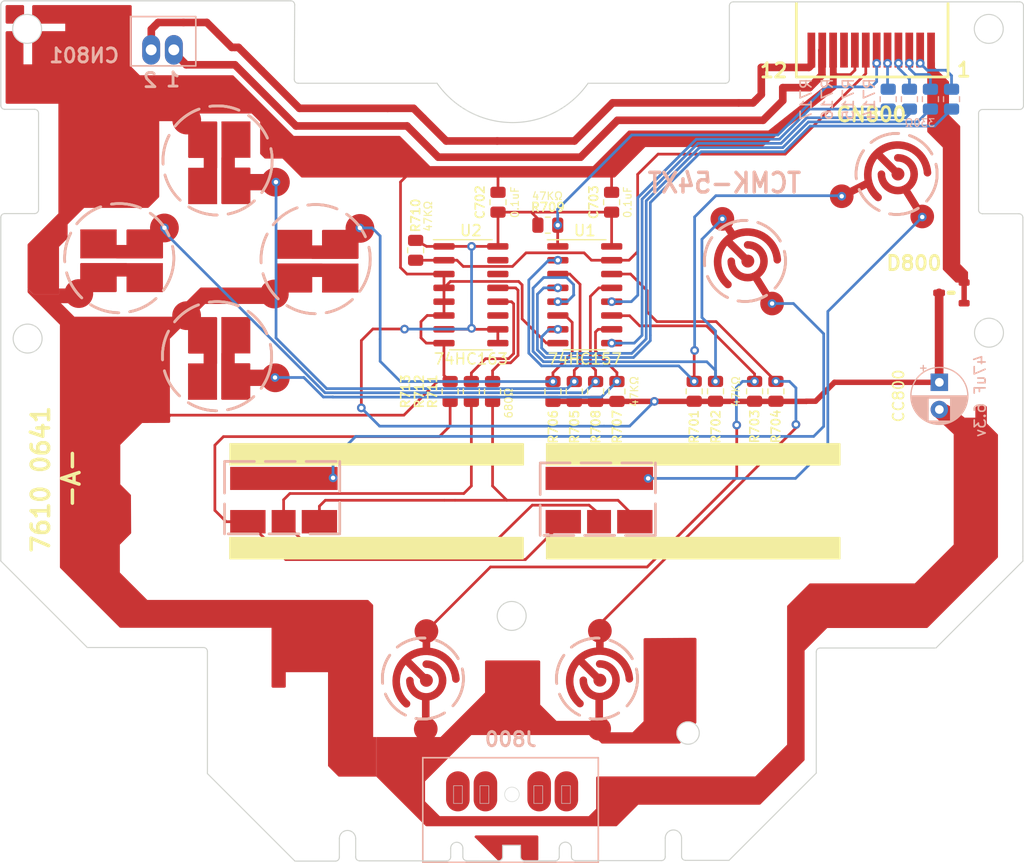
<source format=kicad_pcb>
(kicad_pcb (version 20221018) (generator pcbnew)
  (layers (0 "F.Cu" signal) (31 "B.Cu" signal) (34 "B.Paste" user) (35 "F.Paste" user) (36 "B.SilkS" user "B.Silkscreen") (37 "F.SilkS" user "F.Silkscreen") (38 "B.Mask" user) (39 "F.Mask" user) (44 "Edge.Cuts" user))
  (net 0 "")
  (net 1 "+5V")
  (net 2 "GND")
  (net 3 "VCC")
  (net 4 "D0")
  (net 5 "D1")
  (net 6 "D2")
  (net 7 "D3")
  (net 8 "SEL")
  (net 9 "CLR")
  (net 11 "AUDIO_L")
  (net 12 "AUDIO_R")
  (net 16 "I")
  (net 17 "II")
  (net 18 "SELECT")
  (net 19 "RUN")
  (net 20 "UP")
  (net 21 "RIGHT")
  (net 22 "DOWN")
  (net 23 "LEFT")
  (net 24 "TURBO FAST")
  (net 25 "Net-(U2-Q1)")
  (net 26 "TURBO SLOW")
  (net 27 "Net-(U2-Q2)")
  (net 28 "TURBO OFF")
  (net 29 "Net-(U1-Za)")
  (net 30 "Net-(U1-Zb)")
  (net 31 "Net-(U1-Zc)")
  (net 32 "Net-(U1-Zd)")
  (net 33 "Net-(SW801-Pad2)")
  (net 34 "Net-(SW802-Pad2)")
  (footprint "Resistor_SMD:R_0805_2012Metric" (layer "F.Cu") (at 130.94 67.22 -90)
    (fp_text reference "R707")
    (fp_text value "47k" hide)
  )
  (footprint "Resistor_SMD:R_0805_2012Metric" (layer "F.Cu") (at 138.04 67.2075 -90)
    (fp_text reference "R701")
    (fp_text value "47k" hide)
  )
  (footprint "GT Controller:Turbo Switch" (layer "F.Cu") (at 129.360045 74.0475)
    (fp_text reference "SW809" hide)
    (fp_text value "I TURBO" hide)
  )
  (footprint "Resistor_SMD:R_0805_2012Metric" (layer "F.Cu") (at 140 67.2075 -90)
    (fp_text reference "R702")
    (fp_text value "47k" hide)
  )
  (footprint "Resistor_SMD:R_0805_2012Metric" (layer "F.Cu") (at 128.98 67.22 -90)
    (fp_text reference "R708")
    (fp_text value "47k" hide)
  )
  (footprint "GT Controller:CN801" (layer "F.Cu") (at 89.177545 35.16)
    (fp_text reference "CN801")
    (fp_text value "AUDIO" hide)
  )
  (footprint "Resistor_SMD:R_0805_2012Metric" (layer "F.Cu") (at 117.56 67.22 90)
    (fp_text reference "R712")
    (fp_text value "680" hide)
  )
  (footprint "GT Controller:CN800" (layer "F.Cu") (at 153.827545 36.16)
    (fp_text reference "CN800")
    (fp_text value "Conn_01x12" hide)
  )
  (footprint "Resistor_SMD:R_0805_2012Metric" (layer "F.Cu") (at 112.44 54.25 -90)
    (fp_text reference "R710")
    (fp_text value "47k" hide)
  )
  (footprint "GT Controller:Switch Type 4" (layer "F.Cu") (at 94.418045 42.776)
    (fp_text reference "SW805" hide)
    (fp_text value "UP" hide)
  )
  (footprint "Package_SO:SOIC-16_3.9x9.9mm_P1.27mm" (layer "F.Cu") (at 127.985 58.335)
    (fp_text reference "U1")
    (fp_text value "74HC157")
  )
  (footprint "Resistor_SMD:R_0805_2012Metric" (layer "F.Cu") (at 119.51 67.22 90)
    (fp_text reference "R711")
    (fp_text value "680" hide)
  )
  (footprint "GT Controller:Switch Type 1" (layer "F.Cu") (at 129.270145 98.170721)
    (fp_text reference "SW804" hide)
    (fp_text value "RUN" hide)
  )
  (footprint "Resistor_SMD:R_0805_2012Metric" (layer "F.Cu") (at 125.06 67.22 -90)
    (fp_text reference "R706")
    (fp_text value "47k" hide)
  )
  (footprint "GT Controller:Diode SOT-23" (layer "F.Cu") (at 161.680045 58.15)
    (fp_text reference "D800")
    (fp_text value "1SS187" hide)
  )
  (footprint "GT Controller:J800" (layer "F.Cu") (at 121.333795 103.4725)
    (fp_text reference "J800")
    (fp_text value "LINK")
    (fp_rect (start -5.41 -0.02) (end -4.6 1.61) (stroke (width 0.05)) (fill none) (layer "Edge.Cuts"))
    (fp_rect (start -2.98 -0.02) (end -2.17 1.61) (stroke (width 0.05)) (fill none) (layer "Edge.Cuts"))
    (fp_rect (start 1.97 -0.02) (end 2.78 1.61) (stroke (width 0.05)) (fill none) (layer "Edge.Cuts"))
    (fp_rect (start 4.52 -0.02) (end 5.33 1.61) (stroke (width 0.05)) (fill none) (layer "Edge.Cuts"))
    (fp_circle (center -0.042681 0.78) (end 0.627319 0.84) (stroke (width 0.05)) (fill none) (layer "Edge.Cuts"))
  )
  (footprint "GT Controller:Turbo Switch" (layer "F.Cu") (at 100.372545 74.05)
    (fp_text reference "SW810" hide)
    (fp_text value "II TURBO" hide)
  )
  (footprint "Resistor_SMD:R_0805_2012Metric" (layer "F.Cu") (at 145.55 67.2075 -90)
    (fp_text reference "R704")
    (fp_text value "47k" hide)
  )
  (footprint "Resistor_SMD:R_0805_2012Metric" (layer "F.Cu") (at 143.59 67.2075 -90)
    (fp_text reference "R703")
    (fp_text value "47k" hide)
  )
  (footprint "GT Controller:Switch Type 3" (layer "F.Cu") (at 156.767545 51.92)
    (fp_text reference "SW801" hide)
    (fp_text value "I" hide)
  )
  (footprint "Resistor_SMD:R_0805_2012Metric" (layer "F.Cu") (at 115.61 67.22 90)
    (fp_text reference "R713")
    (fp_text value "680" hide)
  )
  (footprint "GT Controller:Switch Type 1" (layer "F.Cu") (at 113.330145 98.190721)
    (fp_text reference "SW803" hide)
    (fp_text value "SELECT" hide)
  )
  (footprint "GT Controller:Switch Type 2" (layer "F.Cu") (at 142.917545 55.23)
    (fp_text reference "SW802" hide)
    (fp_text value "II" hide)
  )
  (footprint "GT Controller:Switch Type 4" (layer "F.Cu") (at 94.408045 60.756)
    (fp_text reference "SW807" hide)
    (fp_text value "DOWN" hide)
  )
  (footprint "Resistor_SMD:R_0805_2012Metric" (layer "F.Cu") (at 124.5875 51.94)
    (fp_text reference "R709")
    (fp_text value "47k" hide)
  )
  (footprint "Package_SO:SOIC-16_3.9x9.9mm_P1.27mm" (layer "F.Cu") (at 117.52 58.335)
    (fp_text reference "U2")
    (fp_text value "74HC163")
  )
  (footprint "Resistor_SMD:R_0805_2012Metric" (layer "F.Cu") (at 127.02 67.22 -90)
    (fp_text reference "R705")
    (fp_text value "47k" hide)
  )
  (footprint "GT Controller:Switch Type 5" (layer "F.Cu") (at 85.302545 55.2)
    (fp_text reference "SW808" hide)
    (fp_text value "LEFT" hide)
  )
  (footprint "GT Controller:Switch Type 5" (layer "F.Cu") (at 103.272545 55.24)
    (fp_text reference "SW806" hide)
    (fp_text value "RIGHT" hide)
  )
  (footprint "Resistor_SMD:R_0805_2012Metric" (layer "F.Cu") (at 130.45 49.83 90)
    (fp_text reference "C703")
    (fp_text value "0.1uF" hide)
  )
  (footprint "Resistor_SMD:R_0805_2012Metric" (layer "F.Cu") (at 120.01 49.83 90)
    (fp_text reference "C702")
    (fp_text value "0.1uF" hide)
  )
  (footprint "Capacitor_THT:CP_Radial_D5.0mm_P2.50mm" (layer "B.Cu") (at 160.57 66.38 -90)
    (fp_text reference "CC800")
    (fp_text value "47uF 6.3v")
  )
  (footprint "Resistor_SMD:R_0805_2012Metric" (layer "B.Cu") (at 161.69 40.3575 -90)
    (fp_text reference "R714")
    (fp_text value "330" hide)
  )
  (footprint "Resistor_SMD:R_0805_2012Metric" (layer "B.Cu") (at 157.82 40.3575 -90)
    (fp_text reference "R716")
    (fp_text value "330" hide)
  )
  (footprint "Resistor_SMD:R_0805_2012Metric" (layer "B.Cu") (at 159.75 40.3575 -90)
    (fp_text reference "R715")
    (fp_text value "330" hide)
  )
  (footprint "Resistor_SMD:R_0805_2012Metric" (layer "B.Cu") (at 155.87 40.3575 -90)
    (fp_text reference "R717")
    (fp_text value "330" hide)
  )
  (gr_circle (center 103.250371 55.06) (end 108.250371 55.474775) (stroke (width 0.25) (type dash)) (fill none) (layer "B.SilkS"))
  (gr_rect (start 94.877545 73.65) (end 105.467545 80.31) (stroke (width 0.25) (type dash)) (fill none) (layer "B.SilkS"))
  (gr_circle (center 129.107545 93.615225) (end 132.83277 93.615225) (stroke (width 0.25) (type dash)) (fill none) (layer "B.SilkS"))
  (gr_circle (center 156.642321 47.23) (end 160.367546 47.23) (stroke (width 0.25) (type dash)) (fill none) (layer "B.SilkS"))
  (gr_circle (center 142.707545 55.225225) (end 146.43277 55.225225) (stroke (width 0.25) (type dash)) (fill none) (layer "B.SilkS"))
  (gr_rect (start 113.097545 100.88) (end 129.227545 110.5) (stroke (width 0.15)) (fill none) (layer "B.SilkS"))
  (gr_circle (center 94.187545 63.98) (end 99.187545 64.394775) (stroke (width 0.25) (type dash)) (fill none) (layer "B.SilkS"))
  (gr_rect (start 123.887545 73.79) (end 134.477545 80.45) (stroke (width 0.25) (type dash)) (fill none) (layer "B.SilkS"))
  (gr_circle (center 94.240371 45.99) (end 99.240371 46.404775) (stroke (width 0.25) (type dash)) (fill none) (layer "B.SilkS"))
  (gr_rect (start 86.237545 32.77) (end 92.237545 37.3) (stroke (width 0.15)) (fill none) (layer "B.SilkS"))
  (gr_circle (center 85.200371 54.97) (end 90.200371 55.384775) (stroke (width 0.25) (type dash)) (fill none) (layer "B.SilkS"))
  (gr_circle (center 113.107545 93.605225) (end 116.83277 93.605225) (stroke (width 0.25) (type dash)) (fill none) (layer "B.SilkS"))
  (gr_rect (start 124.487545 72.04) (end 151.417545 73.96) (stroke (width 0.15)) (fill solid) (layer "F.SilkS"))
  (gr_rect (start 124.487545 80.66) (end 151.417545 82.58) (stroke (width 0.15)) (fill solid) (layer "F.SilkS"))
  (gr_rect (start 95.377545 80.66) (end 122.307545 82.58) (stroke (width 0.15)) (fill solid) (layer "F.SilkS"))
  (gr_rect (start 95.397545 72.04) (end 122.327545 73.96) (stroke (width 0.15)) (fill solid) (layer "F.SilkS"))
  (gr_arc (start 74.317545 51.23) (mid 74.422277 50.977187) (end 74.67509 50.872455) (stroke (width 0.1)) (layer "Edge.Cuts"))
  (gr_arc (start 105.429868 110.02509) (mid 105.325146 110.277913) (end 105.072323 110.382635) (stroke (width 0.1)) (layer "Edge.Cuts"))
  (gr_line (start 82.267545 90.752455) (end 74.317545 82.802455) (stroke (width 0.1)) (layer "Edge.Cuts"))
  (gr_line (start 125.64 109.2) (end 125.64 109.99) (stroke (width 0.1)) (layer "Edge.Cuts"))
  (gr_arc (start 122.437545 110.35) (mid 122.184732 110.245268) (end 122.08 109.992455) (stroke (width 0.1)) (layer "Edge.Cuts"))
  (gr_arc (start 135.379868 109.98) (mid 135.275141 110.232818) (end 135.022323 110.337545) (stroke (width 0.1)) (layer "Edge.Cuts"))
  (gr_line (start 168.24509 82.38) (end 168.24509 82.81) (stroke (width 0.1)) (layer "Edge.Cuts"))
  (gr_line (start 141.272268 38.54) (end 141.272268 31.78) (stroke (width 0.1)) (layer "Edge.Cuts"))
  (gr_line (start 116.78 109.99) (end 116.78 109.21) (stroke (width 0.1)) (layer "Edge.Cuts"))
  (gr_arc (start 135.379868 108.27) (mid 136.129934 107.519934) (end 136.88 108.27) (stroke (width 0.1)) (layer "Edge.Cuts"))
  (gr_arc (start 128.287275 38.897406) (mid 121.347545 42.51) (end 114.407815 38.897406) (stroke (width 0.1)) (layer "Edge.Cuts"))
  (gr_circle (center 165.131494 61.82) (end 166.461494 61.82) (stroke (width 0.1)) (fill none) (layer "Edge.Cuts"))
  (gr_arc (start 101.647545 38.897406) (mid 101.39473 38.792676) (end 101.29 38.539861) (stroke (width 0.1)) (layer "Edge.Cuts"))
  (gr_line (start 141.237545 110.312455) (end 137.237545 110.312455) (stroke (width 0.1)) (layer "Edge.Cuts"))
  (gr_circle (center 121.267545 87.85) (end 122.597545 87.85) (stroke (width 0.1)) (fill none) (layer "Edge.Cuts"))
  (gr_line (start 106.93 110) (end 106.93 108.31509) (stroke (width 0.1)) (layer "Edge.Cuts"))
  (gr_line (start 165.067545 41.307545) (end 164.530367 41.307545) (stroke (width 0.1)) (layer "Edge.Cuts"))
  (gr_arc (start 115.66 109.21) (mid 116.22 108.65) (end 116.78 109.21) (stroke (width 0.1)) (layer "Edge.Cuts"))
  (gr_arc (start 77.427545 41.292455) (mid 77.680367 41.397178) (end 77.78509 41.65) (stroke (width 0.1)) (layer "Edge.Cuts"))
  (gr_line (start 149.26 91.15509) (end 149.26 102.29) (stroke (width 0.1)) (layer "Edge.Cuts"))
  (gr_line (start 101.32509 31.68) (end 101.29 38.539861) (stroke (width 0.1)) (layer "Edge.Cuts"))
  (gr_line (start 105.072323 110.382635) (end 101.347545 110.382635) (stroke (width 0.1)) (layer "Edge.Cuts"))
  (gr_arc (start 105.429868 108.31509) (mid 106.179934 107.565024) (end 106.93 108.31509) (stroke (width 0.1)) (layer "Edge.Cuts"))
  (gr_line (start 74.67509 50.872455) (end 77.427545 50.872455) (stroke (width 0.1)) (layer "Edge.Cuts"))
  (gr_line (start 92.947012 90.752455) (end 82.267545 90.752455) (stroke (width 0.1)) (layer "Edge.Cuts"))
  (gr_line (start 168.302268 31.772822) (end 168.302268 40.44) (stroke (width 0.1)) (layer "Edge.Cuts"))
  (gr_line (start 164.172822 41.66509) (end 164.172822 50.53) (stroke (width 0.1)) (layer "Edge.Cuts"))
  (gr_arc (start 120.432268 109.997178) (mid 120.327552 110.250007) (end 120.074723 110.354723) (stroke (width 0.1)) (layer "Edge.Cuts"))
  (gr_arc (start 107.287545 110.357545) (mid 107.034723 110.252822) (end 106.93 110) (stroke (width 0.1)) (layer "Edge.Cuts"))
  (gr_line (start 122.077545 108.93) (end 122.08 109.992455) (stroke (width 0.1)) (layer "Edge.Cuts"))
  (gr_arc (start 74.32 31.68) (mid 74.424723 31.427178) (end 74.677545 31.322455) (stroke (width 0.1)) (layer "Edge.Cuts"))
  (gr_arc (start 100.967545 31.322455) (mid 101.220367 31.427178) (end 101.32509 31.68) (stroke (width 0.1)) (layer "Edge.Cuts"))
  (gr_line (start 74.317545 82.802455) (end 74.317545 51.23) (stroke (width 0.1)) (layer "Edge.Cuts"))
  (gr_line (start 136.88 109.95491) (end 136.88 108.27) (stroke (width 0.1)) (layer "Edge.Cuts"))
  (gr_line (start 160.257545 90.797545) (end 149.617545 90.797545) (stroke (width 0.1)) (layer "Edge.Cuts"))
  (gr_line (start 114.407815 38.897406) (end 101.647545 38.897406) (stroke (width 0.1)) (layer "Edge.Cuts"))
  (gr_line (start 93.304557 102.339647) (end 93.304557 91.11) (stroke (width 0.1)) (layer "Edge.Cuts"))
  (gr_line (start 164.530367 50.887545) (end 167.887545 50.887545) (stroke (width 0.1)) (layer "Edge.Cuts"))
  (gr_line (start 74.32 40.93491) (end 74.32 31.68) (stroke (width 0.1)) (layer "Edge.Cuts"))
  (gr_arc (start 127.117545 110.337545) (mid 126.864723 110.232822) (end 126.76 109.98) (stroke (width 0.1)) (layer "Edge.Cuts"))
  (gr_arc (start 141.272268 38.54) (mid 141.167541 38.792818) (end 140.914723 38.897545) (stroke (width 0.1)) (layer "Edge.Cuts"))
  (gr_line (start 105.429868 108.31509) (end 105.429868 110.02509) (stroke (width 0.1)) (layer "Edge.Cuts"))
  (gr_line (start 120.432268 109.997178) (end 120.432268 108.93) (stroke (width 0.1)) (layer "Edge.Cuts"))
  (gr_line (start 167.944723 31.415277) (end 167.707545 31.415277) (stroke (width 0.1)) (layer "Edge.Cuts"))
  (gr_line (start 125.282455 110.347545) (end 122.437545 110.35) (stroke (width 0.1)) (layer "Edge.Cuts"))
  (gr_line (start 135.022323 110.337545) (end 127.117545 110.337545) (stroke (width 0.1)) (layer "Edge.Cuts"))
  (gr_arc (start 164.172822 41.66509) (mid 164.277546 41.412262) (end 164.530367 41.307545) (stroke (width 0.1)) (layer "Edge.Cuts"))
  (gr_arc (start 74.677545 41.292455) (mid 74.42472 41.187735) (end 74.32 40.93491) (stroke (width 0.1)) (layer "Edge.Cuts"))
  (gr_line (start 120.432268 108.93) (end 122.077545 108.93) (stroke (width 0.1)) (layer "Edge.Cuts"))
  (gr_arc (start 167.944723 31.415277) (mid 168.197523 31.520009) (end 168.302268 31.772822) (stroke (width 0.1)) (layer "Edge.Cuts"))
  (gr_line (start 135.379868 108.27) (end 135.379868 109.98) (stroke (width 0.1)) (layer "Edge.Cuts"))
  (gr_line (start 126.76 109.98) (end 126.76 109.2) (stroke (width 0.1)) (layer "Edge.Cuts"))
  (gr_arc (start 92.947012 90.752455) (mid 93.199851 90.857161) (end 93.304557 91.11) (stroke (width 0.1)) (layer "Edge.Cuts"))
  (gr_line (start 168.24509 51.24509) (end 168.24509 82.38) (stroke (width 0.1)) (layer "Edge.Cuts"))
  (gr_line (start 128.287275 38.897406) (end 140.907545 38.897406) (stroke (width 0.1)) (layer "Edge.Cuts"))
  (gr_circle (center 76.737545 33.9) (end 78.067545 33.9) (stroke (width 0.1)) (fill none) (layer "Edge.Cuts"))
  (gr_line (start 77.427545 41.292455) (end 74.677545 41.292455) (stroke (width 0.1)) (layer "Edge.Cuts"))
  (gr_line (start 115.66 109.21) (end 115.66 110) (stroke (width 0.1)) (layer "Edge.Cuts"))
  (gr_line (start 167.944723 41.307545) (end 165.067545 41.307545) (stroke (width 0.1)) (layer "Edge.Cuts"))
  (gr_circle (center 165.111494 33.9) (end 166.441494 33.9) (stroke (width 0.1)) (fill none) (layer "Edge.Cuts"))
  (gr_arc (start 149.26 91.15509) (mid 149.364727 90.902272) (end 149.617545 90.797545) (stroke (width 0.1)) (layer "Edge.Cuts"))
  (gr_arc (start 168.302268 40.95) (mid 168.197547 41.202831) (end 167.944723 41.307545) (stroke (width 0.1)) (layer "Edge.Cuts"))
  (gr_line (start 141.630367 31.415277) (end 167.707545 31.415277) (stroke (width 0.1)) (layer "Edge.Cuts"))
  (gr_line (start 168.24509 82.81) (end 160.257545 90.797545) (stroke (width 0.1)) (layer "Edge.Cuts"))
  (gr_arc (start 77.78509 50.51491) (mid 77.680363 50.767728) (end 77.427545 50.872455) (stroke (width 0.1)) (layer "Edge.Cuts"))
  (gr_arc (start 125.64 109.2) (mid 126.2 108.64) (end 126.76 109.2) (stroke (width 0.1)) (layer "Edge.Cuts"))
  (gr_circle (center 137.47517 98.61) (end 138.20517 99.34) (stroke (width 0.1)) (fill none) (layer "Edge.Cuts"))
  (gr_arc (start 117.137545 110.347545) (mid 116.884723 110.242822) (end 116.78 109.99) (stroke (width 0.1)) (layer "Edge.Cuts"))
  (gr_line (start 77.78509 50.51491) (end 77.78509 41.65) (stroke (width 0.1)) (layer "Edge.Cuts"))
  (gr_line (start 120.074723 110.354723) (end 117.137545 110.347545) (stroke (width 0.1)) (layer "Edge.Cuts"))
  (gr_line (start 74.677545 31.322455) (end 100.967545 31.322455) (stroke (width 0.1)) (layer "Edge.Cuts"))
  (gr_line (start 168.302268 40.95) (end 168.302268 40.44) (stroke (width 0.1)) (layer "Edge.Cuts"))
  (gr_line (start 101.347545 110.382635) (end 93.304557 102.339647) (stroke (width 0.1)) (layer "Edge.Cuts"))
  (gr_arc (start 167.887545 50.887545) (mid 168.140407 50.992247) (end 168.24509 51.24509) (stroke (width 0.1)) (layer "Edge.Cuts"))
  (gr_line (start 115.302455 110.357545) (end 107.287545 110.357545) (stroke (width 0.1)) (layer "Edge.Cuts"))
  (gr_line (start 149.26 102.29) (end 141.237545 110.312455) (stroke (width 0.1)) (layer "Edge.Cuts"))
  (gr_arc (start 115.66 110) (mid 115.55528 110.252825) (end 115.302455 110.357545) (stroke (width 0.1)) (layer "Edge.Cuts"))
  (gr_arc (start 137.237545 110.312455) (mid 136.98472 110.207735) (end 136.88 109.95491) (stroke (width 0.1)) (layer "Edge.Cuts"))
  (gr_arc (start 164.530367 50.887545) (mid 164.277501 50.782846) (end 164.172822 50.53) (stroke (width 0.1)) (layer "Edge.Cuts"))
  (gr_arc (start 125.64 109.99) (mid 125.53528 110.242825) (end 125.282455 110.347545) (stroke (width 0.1)) (layer "Edge.Cuts"))
  (gr_circle (center 76.781494 62.36) (end 78.111494 62.36) (stroke (width 0.1)) (fill none) (layer "Edge.Cuts"))
  (gr_arc (start 141.272822 31.772822) (mid 141.377538 31.519993) (end 141.630367 31.415277) (stroke (width 0.1)) (layer "Edge.Cuts"))
  (gr_text "2" (at 88.827545 39.38) (layer "B.SilkS") (effects (font (size 1.3 1.3) (thickness 0.26) bold) (justify left bottom mirror)))
  (gr_text "1" (at 90.937545 39.33) (layer "B.SilkS") (effects (font (size 1.3 1.3) (thickness 0.26) bold) (justify left bottom mirror)))
  (gr_text "TCMK-54XT" (at 148.037545 49.12) (layer "B.SilkS") (effects (font (size 1.8 1.6) (thickness 0.32) bold) (justify left bottom mirror)))
  (gr_text "330Ω" (at 158.78 42.54) (layer "B.SilkS") (effects (font (size 0.7 0.7) (thickness 0.1)) (justify mirror)))
  (gr_text "0.1uF" (at 131.92 49.83 90) (layer "F.SilkS") (effects (font (size 0.7 0.7) (thickness 0.1))))
  (gr_text "47KΩ" (at 113.59 51.12 90) (layer "F.SilkS") (effects (font (size 0.7 0.7) (thickness 0.1))))
  (gr_text "-A-" (at 81.717545 78.08 90) (layer "F.SilkS") (effects (font (size 1.6 1.6) (thickness 0.32) bold) (justify left bottom)))
  (gr_text "47KΩ" (at 141.87 67.23 90) (layer "F.SilkS") (effects (font (size 0.7 0.7) (thickness 0.1))))
  (gr_text "47KΩ" (at 132.54 67.23 90) (layer "F.SilkS") (effects (font (size 0.7 0.7) (thickness 0.1))))
  (gr_text "0.1uF" (at 121.56 49.83 90) (layer "F.SilkS") (effects (font (size 0.7 0.7) (thickness 0.1))))
  (gr_text "7610 0641" (at 78.917545 82.21 90) (layer "F.SilkS") (effects (font (size 1.6 1.6) (thickness 0.32) bold) (justify left bottom)))
  (gr_text "680Ω" (at 120.99 68.29 90) (layer "F.SilkS") (effects (font (size 0.7 0.7) (thickness 0.1))))
  (gr_text "47KΩ" (at 124.55 49.27) (layer "F.SilkS") (effects (font (size 0.7 0.7) (thickness 0.1))))
  (segment (start 113.45 53.89) (end 115.045 53.89) (width 0.25) (layer "F.Cu") (net 1))
  (segment (start 160.55 66.36) (end 160.57 66.38) (width 0.8) (layer "F.Cu") (net 1))
  (segment (start 130.45 53.88) (end 130.46 53.89) (width 0.25) (layer "F.Cu") (net 1))
  (segment (start 111.41 61.48) (end 111.42 61.49) (width 0.25) (layer "F.Cu") (net 1))
  (segment (start 120.01 50.7425) (end 120.01 53.875) (width 0.25) (layer "F.Cu") (net 1))
  (segment (start 123.07 50.7425) (end 120.01 50.7425) (width 0.25) (layer "F.Cu") (net 1))
  (segment (start 117.49 61.51) (end 119.995 61.51) (width 0.25) (layer "F.Cu") (net 1))
  (segment (start 108.51 61.48) (end 111.41 61.48) (width 0.25) (layer "F.Cu") (net 1))
  (segment (start 160.57 66.38) (end 150.93 66.38) (width 0.5) (layer "F.Cu") (net 1))
  (segment (start 112.44 53.3375) (end 113.45 53.89) (width 0.25) (layer "F.Cu") (net 1))
  (segment (start 117.58 61.42) (end 117.49 61.51) (width 0.25) (layer "F.Cu") (net 1))
  (segment (start 123.675 51.3475) (end 123.07 50.7425) (width 0.25) (layer "F.Cu") (net 1))
  (segment (start 120.01 53.875) (end 119.995 53.89) (width 0.25) (layer "F.Cu") (net 1))
  (segment (start 130.45 50.7425) (end 123.07 50.7425) (width 0.25) (layer "F.Cu") (net 1))
  (segment (start 150.93 66.38) (end 149.19 68.12) (width 0.5) (layer "F.Cu") (net 1))
  (segment (start 160.55 64.79) (end 160.547545 58.16) (width 0.8) (layer "F.Cu") (net 1))
  (segment (start 160.39 66.2) (end 160.57 66.38) (width 0.5) (layer "F.Cu") (net 1))
  (segment (start 160.55 64.79) (end 160.55 66.36) (width 0.8) (layer "F.Cu") (net 1))
  (segment (start 148.3575 68.1325) (end 125.06 68.1325) (width 0.5) (layer "F.Cu") (net 1))
  (segment (start 107.45 62.54) (end 108.51 61.48) (width 0.25) (layer "F.Cu") (net 1))
  (segment (start 130.45 50.7425) (end 130.45 53.88) (width 0.25) (layer "F.Cu") (net 1))
  (segment (start 120.005 53.88) (end 119.995 53.89) (width 0.25) (layer "F.Cu") (net 1))
  (segment (start 123.675 51.94) (end 123.675 51.3475) (width 0.25) (layer "F.Cu") (net 1))
  (segment (start 148.37 68.12) (end 148.3575 68.1325) (width 0.5) (layer "F.Cu") (net 1))
  (segment (start 149.19 68.12) (end 148.37 68.12) (width 0.5) (layer "F.Cu") (net 1))
  (segment (start 115.045 53.89) (end 117.58 53.89) (width 0.25) (layer "F.Cu") (net 1))
  (segment (start 119.995 61.51) (end 119.995 62.78) (width 0.25) (layer "F.Cu") (net 1))
  (segment (start 115.045 61.51) (end 117.49 61.51) (width 0.25) (layer "F.Cu") (net 1))
  (segment (start 107.45 68.73) (end 107.45 62.54) (width 0.25) (layer "F.Cu") (net 1))
  (segment (start 117.58 53.89) (end 119.995 53.89) (width 0.25) (layer "F.Cu") (net 1))
  (via (at 107.45 68.73) (size 0.8) (drill 0.4) (layers "F.Cu" "B.Cu") (net 1))
  (via (at 134.38 68.1325) (size 0.8) (drill 0.4) (layers "F.Cu" "B.Cu") (net 1))
  (via (at 117.58 53.89) (size 0.8) (drill 0.4) (layers "F.Cu" "B.Cu") (net 1))
  (via (at 111.42 61.49) (size 0.8) (drill 0.4) (layers "F.Cu" "B.Cu") (net 1))
  (via (at 117.58 61.42) (size 0.8) (drill 0.4) (layers "F.Cu" "B.Cu") (net 1))
  (segment (start 117.51 61.49) (end 117.58 61.42) (width 0.25) (layer "B.Cu") (net 1))
  (segment (start 132.1025 70.41) (end 129.75 70.41) (width 0.25) (layer "B.Cu") (net 1))
  (segment (start 117.58 61.42) (end 117.58 53.89) (width 0.25) (layer "B.Cu") (net 1))
  (segment (start 134.38 68.1325) (end 132.1025 70.41) (width 0.25) (layer "B.Cu") (net 1))
  (segment (start 129.75 70.41) (end 109.13 70.41) (width 0.25) (layer "B.Cu") (net 1))
  (segment (start 111.42 61.49) (end 117.51 61.49) (width 0.25) (layer "B.Cu") (net 1))
  (segment (start 109.13 70.41) (end 107.45 68.73) (width 0.25) (layer "B.Cu") (net 1))
  (segment (start 92.857045 66.316) (end 92.857045 67.587045) (width 0.25) (layer "F.Cu") (net 2))
  (segment (start 111.81 47.21) (end 120 47.21) (width 0.25) (layer "F.Cu") (net 2))
  (segment (start 150.807545 37.777545) (end 151.13 38.1) (width 0.25) (layer "F.Cu") (net 2))
  (segment (start 152.807545 37.692455) (end 152.807545 35.85) (width 0.25) (layer "F.Cu") (net 2))
  (segment (start 115.045 60.24) (end 113.5 60.24) (width 0.25) (layer "F.Cu") (net 2))
  (segment (start 120.02 47.19) (end 130.43 47.19) (width 0.25) (layer "F.Cu") (net 2))
  (segment (start 111.36 69.4) (end 114.4525 66.3075) (width 0.25) (layer "F.Cu") (net 2))
  (segment (start 115.04 62.785) (end 115.04 65.7375) (width 0.25) (layer "F.Cu") (net 2))
  (segment (start 111.64 56.43) (end 111.05 55.84) (width 0.25) (layer "F.Cu") (net 2))
  (segment (start 121.91 57.11) (end 115.635 57.11) (width 0.25) (layer "F.Cu") (net 2))
  (segment (start 130.43 47.19) (end 130.45 47.17) (width 0.25) (layer "F.Cu") (net 2))
  (segment (start 151.13 38.1) (end 152.4 38.1) (width 0.25) (layer "F.Cu") (net 2))
  (segment (start 113.42 62.78) (end 112.93 62.29) (width 0.25) (layer "F.Cu") (net 2))
  (segment (start 120 47.21) (end 120.02 47.19) (width 0.25) (layer "F.Cu") (net 2))
  (segment (start 115.045 62.78) (end 115.04 62.785) (width 0.25) (layer "F.Cu") (net 2))
  (segment (start 122.227 60.55) (end 122.227 57.427) (width 0.25) (layer "F.Cu") (net 2))
  (segment (start 89.51 69.78) (end 89.89 69.4) (width 0.25) (layer "F.Cu") (net 2))
  (segment (start 112.93 60.81) (end 112.93 62.29) (width 0.25) (layer "F.Cu") (net 2))
  (segment (start 124.457 62.78) (end 122.227 60.55) (width 0.25) (layer "F.Cu") (net 2))
  (segment (start 115.045 57.7) (end 115.045 56.43) (width 0.25) (layer "F.Cu") (net 2))
  (segment (start 125.51 62.78) (end 124.457 62.78) (width 0.25) (layer "F.Cu") (net 2))
  (segment (start 120.01 48.9175) (end 120.01 47.2) (width 0.25) (layer "F.Cu") (net 2))
  (segment (start 130.45 47.17) (end 130.45 48.9175) (width 0.25) (layer "F.Cu") (net 2))
  (segment (start 115.045 62.78) (end 113.42 62.78) (width 0.25) (layer "F.Cu") (net 2))
  (segment (start 150.807545 35.85) (end 150.807545 37.777545) (width 0.25) (layer "F.Cu") (net 2))
  (segment (start 111.05 55.84) (end 111.05 47.97) (width 0.25) (layer "F.Cu") (net 2))
  (segment (start 89.89 69.4) (end 111.36 69.4) (width 0.25) (layer "F.Cu") (net 2))
  (segment (start 122.227 57.427) (end 121.91 57.11) (width 0.25) (layer "F.Cu") (net 2))
  (segment (start 152.4 38.1) (end 152.807545 37.692455) (width 0.25) (layer "F.Cu") (net 2))
  (segment (start 115.045 57.7) (end 115.045 60.24) (width 0.25) (layer "F.Cu") (net 2))
  (segment (start 115.04 65.7375) (end 115.61 66.3075) (width 0.25) (layer "F.Cu") (net 2))
  (segment (start 114.4525 66.3075) (end 115.61 66.3075) (width 0.25) (layer "F.Cu") (net 2))
  (segment (start 115.635 57.11) (end 115.045 57.7) (width 0.25) (layer "F.Cu") (net 2))
  (segment (start 120.01 47.2) (end 120.02 47.19) (width 0.25) (layer "F.Cu") (net 2))
  (segment (start 125.51 62.78) (end 125.45 62.84) (width 0.25) (layer "F.Cu") (net 2))
  (segment (start 111.05 47.97) (end 111.81 47.21) (width 0.25) (layer "F.Cu") (net 2))
  (segment (start 115.035 62.79) (end 115.045 62.78) (width 0.25) (layer "F.Cu") (net 2))
  (segment (start 113.5 60.24) (end 112.93 60.81) (width 0.25) (layer "F.Cu") (net 2))
  (segment (start 115.045 56.43) (end 111.64 56.43) (width 0.25) (layer "F.Cu") (net 2))
  (segment (start 162.847545 57.21) (end 162.847545 59.11) (width 0.5) (layer "F.Cu") (net 3))
  (segment (start 158.807545 35.85) (end 158.807545 37.057545) (width 0.25) (layer "F.Cu") (net 4))
  (segment (start 158.807545 37.057545) (end 158.81 37.06) (width 0.25) (layer "F.Cu") (net 4))
  (via (at 158.81 37.06) (size 0.8) (drill 0.4) (layers "F.Cu" "B.Cu") (net 4))
  (segment (start 158.81 37.06) (end 159.45 37.7) (width 0.25) (layer "B.Cu") (net 4))
  (segment (start 159.45 37.7) (end 161.19 37.7) (width 0.25) (layer "B.Cu") (net 4))
  (segment (start 161.69 38.2) (end 161.69 39.445) (width 0.25) (layer "B.Cu") (net 4))
  (segment (start 161.19 37.7) (end 161.69 38.2) (width 0.25) (layer "B.Cu") (net 4))
  (segment (start 157.807545 35.85) (end 157.807545 37.047545) (width 0.25) (layer "F.Cu") (net 5))
  (segment (start 157.807545 37.047545) (end 157.81 37.05) (width 0.25) (layer "F.Cu") (net 5))
  (via (at 157.81 37.05) (size 0.8) (drill 0.4) (layers "F.Cu" "B.Cu") (net 5))
  (segment (start 158.35 38.09) (end 157.81 37.55) (width 0.25) (layer "B.Cu") (net 5))
  (segment (start 159.75 38.23) (end 159.61 38.09) (width 0.25) (layer "B.Cu") (net 5))
  (segment (start 159.61 38.09) (end 158.35 38.09) (width 0.25) (layer "B.Cu") (net 5))
  (segment (start 159.75 39.445) (end 159.75 38.23) (width 0.25) (layer "B.Cu") (net 5))
  (segment (start 157.81 37.55) (end 157.81 37.05) (width 0.25) (layer "B.Cu") (net 5))
  (segment (start 156.807545 35.85) (end 156.807545 37.047545) (width 0.25) (layer "F.Cu") (net 6))
  (segment (start 156.807545 37.047545) (end 156.81 37.05) (width 0.25) (layer "F.Cu") (net 6))
  (via (at 156.81 37.05) (size 0.8) (drill 0.4) (layers "F.Cu" "B.Cu") (net 6))
  (segment (start 157.82 38.51) (end 157.82 39.445) (width 0.25) (layer "B.Cu") (net 6))
  (segment (start 156.81 37.05) (end 156.81 37.5) (width 0.25) (layer "B.Cu") (net 6))
  (segment (start 156.81 37.5) (end 157.82 38.51) (width 0.25) (layer "B.Cu") (net 6))
  (segment (start 155.807545 35.85) (end 155.807545 37.057545) (width 0.25) (layer "F.Cu") (net 7))
  (segment (start 155.807545 37.057545) (end 155.81 37.06) (width 0.25) (layer "F.Cu") (net 7))
  (via (at 155.81 37.06) (size 0.8) (drill 0.4) (layers "F.Cu" "B.Cu") (net 7))
  (segment (start 155.81 39.385) (end 155.87 39.445) (width 0.25) (layer "B.Cu") (net 7))
  (segment (start 155.81 37.06) (end 155.81 39.385) (width 0.25) (layer "B.Cu") (net 7))
  (segment (start 125.5 51.94) (end 125.49 53.87) (width 0.25) (layer "F.Cu") (net 8))
  (segment (start 125.49 53.87) (end 125.51 53.89) (width 0.25) (layer "F.Cu") (net 8))
  (segment (start 154.807545 37.057545) (end 154.81 37.06) (width 0.25) (layer "F.Cu") (net 8))
  (segment (start 154.807545 35.85) (end 154.807545 37.057545) (width 0.25) (layer "F.Cu") (net 8))
  (via (at 154.81 37.06) (size 0.8) (drill 0.4) (layers "F.Cu" "B.Cu") (net 8))
  (via (at 125.5 51.94) (size 0.8) (drill 0.4) (layers "F.Cu" "B.Cu") (net 8))
  (segment (start 125.49 50.47) (end 132.31 43.65) (width 0.25) (layer "B.Cu") (net 8))
  (segment (start 154.81 38.75) (end 154.81 37.06) (width 0.25) (layer "B.Cu") (net 8))
  (segment (start 125.5 51.94) (end 125.49 50.47) (width 0.25) (layer "B.Cu") (net 8))
  (segment (start 150.15 39.23) (end 154.33 39.23) (width 0.25) (layer "B.Cu") (net 8))
  (segment (start 154.33 39.23) (end 154.81 38.75) (width 0.25) (layer "B.Cu") (net 8))
  (segment (start 145.73 43.65) (end 150.15 39.23) (width 0.25) (layer "B.Cu") (net 8))
  (segment (start 132.31 43.65) (end 145.73 43.65) (width 0.25) (layer "B.Cu") (net 8))
  (segment (start 128.6 55.16) (end 130.46 55.16) (width 0.25) (layer "F.Cu") (net 9))
  (segment (start 112.44 55.1625) (end 115.045 55.16) (width 0.25) (layer "F.Cu") (net 9))
  (segment (start 127.92 54.48) (end 122.59 54.48) (width 0.25) (layer "F.Cu") (net 9))
  (segment (start 116.81 55.73) (end 116.24 55.16) (width 0.25) (layer "F.Cu") (net 9))
  (segment (start 146.41 45.41) (end 153.807545 38.012455) (width 0.25) (layer "F.Cu") (net 9))
  (segment (start 122.59 54.48) (end 121.34 55.73) (width 0.25) (layer "F.Cu") (net 9))
  (segment (start 121.34 55.73) (end 116.81 55.73) (width 0.25) (layer "F.Cu") (net 9))
  (segment (start 127.92 54.48) (end 128.6 55.16) (width 0.25) (layer "F.Cu") (net 9))
  (segment (start 134.72 45.41) (end 146.41 45.41) (width 0.25) (layer "F.Cu") (net 9))
  (segment (start 153.807545 38.012455) (end 153.807545 35.85) (width 0.25) (layer "F.Cu") (net 9))
  (segment (start 132.843 47.267) (end 134.72 45.41) (width 0.25) (layer "F.Cu") (net 9))
  (segment (start 130.46 55.16) (end 132.053 55.16) (width 0.25) (layer "F.Cu") (net 9))
  (segment (start 132.053 55.16) (end 132.843 54.37) (width 0.25) (layer "F.Cu") (net 9))
  (segment (start 115.045 55.16) (end 116.24 55.16) (width 0.25) (layer "F.Cu") (net 9))
  (segment (start 132.843 54.37) (end 132.843 47.267) (width 0.25) (layer "F.Cu") (net 9))
  (segment (start 148.63 39.3) (end 149.78 38.15) (width 0.7) (layer "F.Cu") (net 11))
  (segment (start 91.36 37.2) (end 95.83 37.2) (width 0.7) (layer "F.Cu") (net 11))
  (segment (start 144.37 42.3) (end 146.18 40.49) (width 0.7) (layer "F.Cu") (net 11))
  (segment (start 127.6 45.69) (end 130.99 42.3) (width 0.7) (layer "F.Cu") (net 11))
  (segment (start 130.99 42.3) (end 144.37 42.3) (width 0.7) (layer "F.Cu") (net 11))
  (segment (start 149.78 35.877545) (end 149.807545 35.85) (width 0.7) (layer "F.Cu") (net 11))
  (segment (start 101.45 42.82) (end 111.65 42.82) (width 0.7) (layer "F.Cu") (net 11))
  (segment (start 146.18 40.49) (end 146.18 39.3) (width 0.7) (layer "F.Cu") (net 11))
  (segment (start 111.65 42.82) (end 114.52 45.69) (width 0.7) (layer "F.Cu") (net 11))
  (segment (start 149.78 38.15) (end 149.78 35.877545) (width 0.7) (layer "F.Cu") (net 11))
  (segment (start 95.83 37.2) (end 101.45 42.82) (width 0.7) (layer "F.Cu") (net 11))
  (segment (start 114.52 45.69) (end 127.6 45.69) (width 0.7) (layer "F.Cu") (net 11))
  (segment (start 146.18 39.3) (end 148.63 39.3) (width 0.7) (layer "F.Cu") (net 11))
  (segment (start 90.19 36.03) (end 91.36 37.2) (width 0.7) (layer "F.Cu") (net 11))
  (segment (start 112.247545 41.2) (end 109.867545 41.2) (width 0.7) (layer "F.Cu") (net 12))
  (segment (start 147.307545 37.44) (end 144.207545 37.44) (width 0.7) (layer "F.Cu") (net 12))
  (segment (start 88.467545 33.62) (end 88.147545 33.94) (width 0.7) (layer "F.Cu") (net 12))
  (segment (start 148.577545 37.44) (end 147.307545 37.44) (width 0.7) (layer "F.Cu") (net 12))
  (segment (start 95.817545 35.6) (end 95.537545 35.6) (width 0.7) (layer "F.Cu") (net 12))
  (segment (start 142.127545 40.7) (end 130.537545 40.7) (width 0.7) (layer "F.Cu") (net 12))
  (segment (start 98.277545 37.72) (end 96.157545 35.6) (width 0.7) (layer "F.Cu") (net 12))
  (segment (start 148.807545 37.21) (end 148.647545 37.37) (width 0.7) (layer "F.Cu") (net 12))
  (segment (start 144.207545 37.44) (end 144.207545 39.94) (width 0.7) (layer "F.Cu") (net 12))
  (segment (start 115.247545 44.2) (end 113.137545 42.09) (width 0.7) (layer "F.Cu") (net 12))
  (segment (start 88.777545 33.31) (end 88.467545 33.62) (width 0.7) (layer "F.Cu") (net 12))
  (segment (start 127.037545 44.2) (end 119.937545 44.2) (width 0.7) (layer "F.Cu") (net 12))
  (segment (start 109.867545 41.2) (end 101.757545 41.2) (width 0.7) (layer "F.Cu") (net 12))
  (segment (start 113.137545 42.09) (end 112.247545 41.2) (width 0.7) (layer "F.Cu") (net 12))
  (segment (start 96.157545 35.6) (end 95.817545 35.6) (width 0.7) (layer "F.Cu") (net 12))
  (segment (start 94.377545 34.44) (end 93.247545 33.31) (width 0.7) (layer "F.Cu") (net 12))
  (segment (start 93.247545 33.31) (end 91.107545 33.31) (width 0.7) (layer "F.Cu") (net 12))
  (segment (start 148.807545 35.85) (end 148.807545 37.21) (width 0.7) (layer "F.Cu") (net 12))
  (segment (start 95.537545 35.6) (end 94.377545 34.44) (width 0.7) (layer "F.Cu") (net 12))
  (segment (start 128.397545 42.84) (end 127.037545 44.2) (width 0.7) (layer "F.Cu") (net 12))
  (segment (start 144.207545 39.94) (end 143.687545 40.46) (width 0.7) (layer "F.Cu") (net 12))
  (segment (start 91.107545 33.31) (end 88.777545 33.31) (width 0.7) (layer "F.Cu") (net 12))
  (segment (start 119.937545 44.2) (end 115.247545 44.2) (width 0.7) (layer "F.Cu") (net 12))
  (segment (start 143.687545 40.46) (end 143.447545 40.7) (width 0.7) (layer "F.Cu") (net 12))
  (segment (start 101.757545 41.2) (end 98.277545 37.72) (width 0.7) (layer "F.Cu") (net 12))
  (segment (start 148.647545 37.37) (end 148.577545 37.44) (width 0.7) (layer "F.Cu") (net 12))
  (segment (start 130.537545 40.7) (end 128.397545 42.84) (width 0.7) (layer "F.Cu") (net 12))
  (segment (start 143.447545 40.7) (end 142.127545 40.7) (width 0.7) (layer "F.Cu") (net 12))
  (segment (start 88.147545 33.94) (end 88.147545 35.87) (width 0.7) (layer "F.Cu") (net 12))
  (segment (start 125.5 55.15) (end 125.51 55.16) (width 0.25) (layer "F.Cu") (net 16))
  (segment (start 138.04 66.295) (end 138.04 63.49) (width 0.25) (layer "F.Cu") (net 16))
  (segment (start 151.577545 49.26) (end 151.597545 49.28) (width 0.25) (layer "F.Cu") (net 16))
  (segment (start 138.04 63.49) (end 138.08 63.45) (width 0.25) (layer "F.Cu") (net 16))
  (via (at 151.597545 49.28) (size 0.8) (drill 0.4) (layers "F.Cu" "B.Cu") (net 16))
  (via (at 138.04 66.295) (size 0.8) (drill 0.4) (layers "F.Cu" "B.Cu") (net 16))
  (via (at 138.08 63.45) (size 0.8) (drill 0.4) (layers "F.Cu" "B.Cu") (net 16))
  (via (at 125.51 55.16) (size 0.8) (drill 0.4) (layers "F.Cu" "B.Cu") (net 16))
  (segment (start 122.84 56.98) (end 124.66 55.16) (width 0.25) (layer "B.Cu") (net 16))
  (segment (start 140.03 49.23) (end 151.547545 49.23) (width 0.25) (layer "B.Cu") (net 16))
  (segment (start 124.66 55.16) (end 125.51 55.16) (width 0.25) (layer "B.Cu") (net 16))
  (segment (start 124.01 64.87) (end 122.84 63.7) (width 0.25) (layer "B.Cu") (net 16))
  (segment (start 138.08 63.45) (end 138.08 51.18) (width 0.25) (layer "B.Cu") (net 16))
  (segment (start 151.547545 49.23) (end 151.597545 49.28) (width 0.25) (layer "B.Cu") (net 16))
  (segment (start 136.615 64.87) (end 124.01 64.87) (width 0.25) (layer "B.Cu") (net 16))
  (segment (start 122.84 63.7) (end 122.84 56.98) (width 0.25) (layer "B.Cu") (net 16))
  (segment (start 138.08 51.18) (end 140.03 49.23) (width 0.25) (layer "B.Cu") (net 16))
  (segment (start 125.5 55.15) (end 125.51 55.16) (width 0.25) (layer "B.Cu") (net 16))
  (segment (start 138.04 66.295) (end 136.615 64.87) (width 0.25) (layer "B.Cu") (net 16))
  (segment (start 140.627545 51.36) (end 140.42 51.36) (width 0.25) (layer "F.Cu") (net 17))
  (via (at 140.627545 51.36) (size 0.8) (drill 0.4) (layers "F.Cu" "B.Cu") (net 17))
  (via (at 140 66.295) (size 0.8) (drill 0.4) (layers "F.Cu" "B.Cu") (net 17))
  (via (at 125.51 58.97) (size 0.8) (drill 0.4) (layers "F.Cu" "B.Cu") (net 17))
  (segment (start 125.51 58.97) (end 126.37 58.97) (width 0.25) (layer "B.Cu") (net 17))
  (segment (start 126.37 58.97) (end 126.98 58.36) (width 0.25) (layer "B.Cu") (net 17))
  (segment (start 126.96 58.34) (end 126.96 57.4) (width 0.25) (layer "B.Cu") (net 17))
  (segment (start 140 61.67) (end 138.75 60.42) (width 0.25) (layer "B.Cu") (net 17))
  (segment (start 138.75 53.237545) (end 140.627545 51.36) (width 0.25) (layer "B.Cu") (net 17))
  (segment (start 140 65.29) (end 140 66.295) (width 0.25) (layer "B.Cu") (net 17))
  (segment (start 124.18 64.49) (end 139.2 64.49) (width 0.25) (layer "B.Cu") (net 17))
  (segment (start 138.75 60.42) (end 138.75 53.237545) (width 0.25) (layer "B.Cu") (net 17))
  (segment (start 140 66.295) (end 140 61.67) (width 0.25) (layer "B.Cu") (net 17))
  (segment (start 139.2 64.49) (end 140 65.29) (width 0.25) (layer "B.Cu") (net 17))
  (segment (start 123.23 63.54) (end 124.18 64.49) (width 0.25) (layer "B.Cu") (net 17))
  (segment (start 123.23 57.73) (end 123.23 63.54) (width 0.25) (layer "B.Cu") (net 17))
  (segment (start 126.31 56.75) (end 124.21 56.75) (width 0.25) (layer "B.Cu") (net 17))
  (segment (start 124.21 56.75) (end 123.23 57.73) (width 0.25) (layer "B.Cu") (net 17))
  (segment (start 126.98 58.36) (end 126.96 58.34) (width 0.25) (layer "B.Cu") (net 17))
  (segment (start 126.96 57.4) (end 126.31 56.75) (width 0.25) (layer "B.Cu") (net 17))
  (segment (start 130.48 60.26) (end 130.46 60.24) (width 0.25) (layer "F.Cu") (net 18))
  (segment (start 133.72 83.35) (end 137.9 79.17) (width 0.25) (layer "F.Cu") (net 18))
  (segment (start 133.03 61.19) (end 132.1 60.26) (width 0.25) (layer "F.Cu") (net 18))
  (segment (start 143.59 65.61) (end 139.17 61.19) (width 0.25) (layer "F.Cu") (net 18))
  (segment (start 143.59 66.295) (end 143.59 65.61) (width 0.25) (layer "F.Cu") (net 18))
  (segment (start 139.17 61.19) (end 133.03 61.19) (width 0.25) (layer "F.Cu") (net 18))
  (segment (start 119.320866 83.35) (end 133.72 83.35) (width 0.25) (layer "F.Cu") (net 18))
  (segment (start 132.1 60.26) (end 130.48 60.26) (width 0.25) (layer "F.Cu") (net 18))
  (segment (start 141.95 70.31) (end 141.95 75.12) (width 0.25) (layer "F.Cu") (net 18))
  (segment (start 113.430145 89.240721) (end 119.320866 83.35) (width 0.25) (layer "F.Cu") (net 18))
  (segment (start 141.95 75.12) (end 137.9 79.17) (width 0.25) (layer "F.Cu") (net 18))
  (via (at 141.95 70.31) (size 0.8) (drill 0.4) (layers "F.Cu" "B.Cu") (net 18))
  (via (at 143.59 66.295) (size 0.8) (drill 0.4) (layers "F.Cu" "B.Cu") (net 18))
  (segment (start 141.92 70.28) (end 141.95 70.31) (width 0.25) (layer "B.Cu") (net 18))
  (segment (start 143.59 66.295) (end 142.485 66.295) (width 0.25) (layer "B.Cu") (net 18))
  (segment (start 142.485 66.295) (end 141.92 66.86) (width 0.25) (layer "B.Cu") (net 18))
  (segment (start 141.92 66.86) (end 141.92 70.28) (width 0.25) (layer "B.Cu") (net 18))
  (segment (start 129.370145 88.589855) (end 138.73 79.23) (width 0.25) (layer "F.Cu") (net 19))
  (segment (start 138.73 79.23) (end 139.07 78.89) (width 0.25) (layer "F.Cu") (net 19))
  (segment (start 129.370145 89.220721) (end 129.370145 88.589855) (width 0.25) (layer "F.Cu") (net 19))
  (segment (start 145.55 66.295) (end 140.055 60.8) (width 0.25) (layer "F.Cu") (net 19))
  (segment (start 140.055 60.8) (end 134.61 60.8) (width 0.25) (layer "F.Cu") (net 19))
  (segment (start 133.71 57.95) (end 133.71 59.9) (width 0.25) (layer "F.Cu") (net 19))
  (segment (start 139.07 78.89) (end 147.39 70.57) (width 0.25) (layer "F.Cu") (net 19))
  (segment (start 134.61 60.8) (end 133.71 59.9) (width 0.25) (layer "F.Cu") (net 19))
  (segment (start 132.19 56.43) (end 130.46 56.43) (width 0.25) (layer "F.Cu") (net 19))
  (segment (start 147.39 70.57) (end 147.39 70.26) (width 0.25) (layer "F.Cu") (net 19))
  (segment (start 132.19 56.43) (end 133.71 57.95) (width 0.25) (layer "F.Cu") (net 19))
  (via (at 145.55 66.295) (size 0.8) (drill 0.4) (layers "F.Cu" "B.Cu") (net 19))
  (via (at 147.39 70.26) (size 0.8) (drill 0.4) (layers "F.Cu" "B.Cu") (net 19))
  (segment (start 147.39 66.89) (end 146.795 66.295) (width 0.25) (layer "B.Cu") (net 19))
  (segment (start 147.39 70.26) (end 147.39 66.89) (width 0.25) (layer "B.Cu") (net 19))
  (segment (start 146.795 66.295) (end 145.55 66.295) (width 0.25) (layer "B.Cu") (net 19))
  (segment (start 125.51 56.43) (end 126.6 56.43) (width 0.25) (layer "F.Cu") (net 20))
  (segment (start 127.55 57.38) (end 127.55 64.75) (width 0.25) (layer "F.Cu") (net 20))
  (segment (start 126.6 56.43) (end 127.55 57.38) (width 0.25) (layer "F.Cu") (net 20))
  (segment (start 127.02 65.28) (end 127.02 66.3075) (width 0.25) (layer "F.Cu") (net 20))
  (segment (start 127.55 64.75) (end 127.02 65.28) (width 0.25) (layer "F.Cu") (net 20))
  (via (at 99.6 47.9806) (size 0.8) (drill 0.4) (layers "F.Cu" "B.Cu") (net 20))
  (via (at 127.02 66.3075) (size 0.8) (drill 0.4) (layers "F.Cu" "B.Cu") (net 20))
  (segment (start 127.02 66.3075) (end 126.3675 66.96) (width 0.25) (layer "B.Cu") (net 20))
  (segment (start 99.611579 62.308421) (end 99.611579 47.992179) (width 0.25) (layer "B.Cu") (net 20))
  (segment (start 99.611579 47.992179) (end 99.6 47.9806) (width 0.25) (layer "B.Cu") (net 20))
  (segment (start 104.263158 66.96) (end 99.611579 62.308421) (width 0.25) (layer "B.Cu") (net 20))
  (segment (start 126.3675 66.96) (end 104.263158 66.96) (width 0.25) (layer "B.Cu") (net 20))
  (segment (start 126.83 60.88) (end 126.83 63.73) (width 0.25) (layer "F.Cu") (net 21))
  (segment (start 125.06 65.5) (end 125.06 66.3075) (width 0.25) (layer "F.Cu") (net 21))
  (segment (start 126.83 63.73) (end 125.06 65.5) (width 0.25) (layer "F.Cu") (net 21))
  (segment (start 126.19 60.24) (end 126.83 60.88) (width 0.25) (layer "F.Cu") (net 21))
  (segment (start 125.51 60.24) (end 126.19 60.24) (width 0.25) (layer "F.Cu") (net 21))
  (via (at 107.315 52.19) (size 0.8) (drill 0.4) (layers "F.Cu" "B.Cu") (net 21))
  (via (at 125.06 66.3075) (size 0.8) (drill 0.4) (layers "F.Cu" "B.Cu") (net 21))
  (segment (start 109.18 62.41) (end 109.18 64.45) (width 0.25) (layer "B.Cu") (net 21))
  (segment (start 107.315 52.19) (end 108.4364 52.19) (width 0.25) (layer "B.Cu") (net 21))
  (segment (start 111.04 66.31) (end 125.0575 66.31) (width 0.25) (layer "B.Cu") (net 21))
  (segment (start 109.18 62.41) (end 109.18 52.9336) (width 0.25) (layer "B.Cu") (net 21))
  (segment (start 108.4364 52.19) (end 109.18 52.9336) (width 0.25) (layer "B.Cu") (net 21))
  (segment (start 125.0575 66.31) (end 125.06 66.3075) (width 0.25) (layer "B.Cu") (net 21))
  (segment (start 109.18 64.45) (end 111.04 66.31) (width 0.25) (layer "B.Cu") (net 21))
  (segment (start 95.914545 62.575455) (end 95.4 63.09) (width 0.25) (layer "F.Cu") (net 22))
  (segment (start 130.94 65.49) (end 130.94 66.3075) (width 0.25) (layer "F.Cu") (net 22))
  (segment (start 129.22 61.51) (end 128.97 61.76) (width 0.25) (layer "F.Cu") (net 22))
  (segment (start 128.97 61.76) (end 128.97 63.52) (width 0.25) (layer "F.Cu") (net 22))
  (segment (start 130.46 61.51) (end 129.22 61.51) (width 0.25) (layer "F.Cu") (net 22))
  (segment (start 128.97 63.52) (end 130.94 65.49) (width 0.25) (layer "F.Cu") (net 22))
  (via (at 99.5172 65.9384) (size 0.8) (drill 0.4) (layers "F.Cu" "B.Cu") (net 22))
  (via (at 130.94 66.3075) (size 0.8) (drill 0.4) (layers "F.Cu" "B.Cu") (net 22))
  (segment (start 104.84 67.74) (end 129.5075 67.74) (width 0.25) (layer "B.Cu") (net 22))
  (segment (start 102.189 65.959) (end 103.96 67.73) (width 0.25) (layer "B.Cu") (net 22))
  (segment (start 102.1684 65.9384) (end 102.189 65.959) (width 0.25) (layer "B.Cu") (net 22))
  (segment (start 129.5075 67.74) (end 130.94 66.3075) (width 0.25) (layer "B.Cu") (net 22))
  (segment (start 99.5172 65.9384) (end 102.1684 65.9384) (width 0.25) (layer "B.Cu") (net 22))
  (segment (start 104.83 67.73) (end 104.84 67.74) (width 0.25) (layer "B.Cu") (net 22))
  (segment (start 103.96 67.73) (end 104.83 67.73) (width 0.25) (layer "B.Cu") (net 22))
  (segment (start 128.5 64.79) (end 128.98 65.27) (width 0.25) (layer "F.Cu") (net 23))
  (segment (start 129.28 57.7) (end 128.5 58.48) (width 0.25) (layer "F.Cu") (net 23))
  (segment (start 128.98 65.27) (end 128.98 66.3075) (width 0.25) (layer "F.Cu") (net 23))
  (segment (start 130.46 57.7) (end 129.28 57.7) (width 0.25) (layer "F.Cu") (net 23))
  (segment (start 128.5 58.48) (end 128.5 64.79) (width 0.25) (layer "F.Cu") (net 23))
  (via (at 128.98 66.3075) (size 0.8) (drill 0.4) (layers "F.Cu" "B.Cu") (net 23))
  (via (at 89.3572 52.18) (size 0.8) (drill 0.4) (layers "F.Cu" "B.Cu") (net 23))
  (segment (start 89.3572 52.5872) (end 91.15 54.38) (width 0.25) (layer "B.Cu") (net 23))
  (segment (start 103.445 66.675) (end 91.15 54.38) (width 0.25) (layer "B.Cu") (net 23))
  (segment (start 127.9475 67.34) (end 128.98 66.3075) (width 0.25) (layer "B.Cu") (net 23))
  (segment (start 104.11 67.34) (end 127.9475 67.34) (width 0.25) (layer "B.Cu") (net 23))
  (segment (start 103.445 66.675) (end 104.11 67.34) (width 0.25) (layer "B.Cu") (net 23))
  (segment (start 89.3572 52.18) (end 89.3572 52.5872) (width 0.25) (layer "B.Cu") (net 23))
  (segment (start 116.06 77.22) (end 115.08 77.22) (width 0.25) (layer "F.Cu") (net 24))
  (segment (start 104.14 77.22) (end 103.597545 77.762455) (width 0.25) (layer "F.Cu") (net 24))
  (segment (start 119.51 75.91) (end 119.51 68.1325) (width 0.25) (layer "F.Cu") (net 24))
  (segment (start 115.08 77.22) (end 104.14 77.22) (width 0.25) (layer "F.Cu") (net 24))
  (segment (start 132.585045 79.1875) (end 132.585045 78.765045) (width 0.25) (layer "F.Cu") (net 24))
  (segment (start 103.597545 77.762455) (end 103.597545 79.19) (width 0.25) (layer "F.Cu") (net 24))
  (segment (start 131.04 77.22) (end 120.82 77.22) (width 0.25) (layer "F.Cu") (net 24))
  (segment (start 120.82 77.22) (end 119.51 75.91) (width 0.25) (layer "F.Cu") (net 24))
  (segment (start 132.585045 78.765045) (end 131.04 77.22) (width 0.25) (layer "F.Cu") (net 24))
  (segment (start 120.82 77.22) (end 116.06 77.22) (width 0.25) (layer "F.Cu") (net 24))
  (segment (start 121.85 63.91) (end 121.173 64.587) (width 0.25) (layer "F.Cu") (net 25))
  (segment (start 121.173 64.587) (end 120.23 64.587) (width 0.25) (layer "F.Cu") (net 25))
  (segment (start 119.51 65.307) (end 119.51 66.3075) (width 0.25) (layer "F.Cu") (net 25))
  (segment (start 120.23 64.587) (end 119.51 65.307) (width 0.25) (layer "F.Cu") (net 25))
  (segment (start 121.63 57.7) (end 121.85 57.92) (width 0.25) (layer "F.Cu") (net 25))
  (segment (start 119.995 57.7) (end 121.63 57.7) (width 0.25) (layer "F.Cu") (net 25))
  (segment (start 121.85 57.92) (end 121.85 63.91) (width 0.25) (layer "F.Cu") (net 25))
  (segment (start 129.295045 79.1875) (end 129.295045 78.455045) (width 0.25) (layer "F.Cu") (net 26))
  (segment (start 123.16 77.67) (end 118.79 81.95) (width 0.25) (layer "F.Cu") (net 26))
  (segment (start 118.79 81.95) (end 103.067545 81.95) (width 0.25) (layer "F.Cu") (net 26))
  (segment (start 117.56 75.9075) (end 117.56 68.1325) (width 0.25) (layer "F.Cu") (net 26))
  (segment (start 100.307545 77.172455) (end 100.88 76.6) (width 0.25) (layer "F.Cu") (net 26))
  (segment (start 100.307545 79.19) (end 100.307545 77.172455) (width 0.25) (layer "F.Cu") (net 26))
  (segment (start 100.88 76.6) (end 116.8675 76.6) (width 0.25) (layer "F.Cu") (net 26))
  (segment (start 129.295045 78.455045) (end 128.38 77.67) (width 0.25) (layer "F.Cu") (net 26))
  (segment (start 128.38 77.67) (end 123.16 77.67) (width 0.25) (layer "F.Cu") (net 26))
  (segment (start 103.067545 81.95) (end 100.307545 79.19) (width 0.25) (layer "F.Cu") (net 26))
  (segment (start 116.8675 76.6) (end 117.56 75.9075) (width 0.25) (layer "F.Cu") (net 26))
  (segment (start 121.45 63.74) (end 121.45 59.17) (width 0.25) (layer "F.Cu") (net 27))
  (segment (start 117.56 65.52) (end 117.56 66.3075) (width 0.25) (layer "F.Cu") (net 27))
  (segment (start 121.45 59.17) (end 121.25 58.97) (width 0.25) (layer "F.Cu") (net 27))
  (segment (start 120.98 64.21) (end 121.45 63.74) (width 0.25) (layer "F.Cu") (net 27))
  (segment (start 118.87 64.21) (end 120.98 64.21) (width 0.25) (layer "F.Cu") (net 27))
  (segment (start 121.25 58.97) (end 119.995 58.97) (width 0.25) (layer "F.Cu") (net 27))
  (segment (start 117.56 65.52) (end 118.87 64.21) (width 0.25) (layer "F.Cu") (net 27))
  (segment (start 95.03 79.19) (end 93.99 78.15) (width 0.25) (layer "F.Cu") (net 28))
  (segment (start 114.62 71.37) (end 115.61 70.38) (width 0.25) (layer "F.Cu") (net 28))
  (segment (start 97.022545 79.19) (end 95.03 79.19) (width 0.25) (layer "F.Cu") (net 28))
  (segment (start 97.022545 79.19) (end 100.502545 82.67) (width 0.25) (layer "F.Cu") (net 28))
  (segment (start 100.502545 82.67) (end 122.527545 82.67) (width 0.25) (layer "F.Cu") (net 28))
  (segment (start 94.78 71.37) (end 114.62 71.37) (width 0.25) (layer "F.Cu") (net 28))
  (segment (start 122.527545 82.67) (end 126.010045 79.1875) (width 0.25) (layer "F.Cu") (net 28))
  (segment (start 93.99 72.16) (end 94.78 71.37) (width 0.25) (layer "F.Cu") (net 28))
  (segment (start 115.61 70.38) (end 115.61 68.1325) (width 0.25) (layer "F.Cu") (net 28))
  (segment (start 93.99 78.15) (end 93.99 72.16) (width 0.25) (layer "F.Cu") (net 28))
  (via (at 125.51 57.7) (size 0.8) (drill 0.4) (layers "F.Cu" "B.Cu") (net 29))
  (segment (start 148.696158 42.827) (end 146.333158 45.19) (width 0.25) (layer "B.Cu") (net 29))
  (segment (start 138.679474 45.19) (end 134.007 49.862474) (width 0.25) (layer "B.Cu") (net 29))
  (segment (start 160.133 42.827) (end 148.696158 42.827) (width 0.25) (layer "B.Cu") (net 29))
  (segment (start 124.21 57.7) (end 125.51 57.7) (width 0.25) (layer "B.Cu") (net 29))
  (segment (start 134.007 49.862474) (end 134.007 62.06) (width 0.25) (layer "B.Cu") (net 29))
  (segment (start 134.007 62.553) (end 132.46 64.1) (width 0.25) (layer "B.Cu") (net 29))
  (segment (start 123.63 63.4) (end 123.63 58.28) (width 0.25) (layer "B.Cu") (net 29))
  (segment (start 123.63 58.28) (end 124.21 57.7) (width 0.25) (layer "B.Cu") (net 29))
  (segment (start 124.33 64.1) (end 123.63 63.4) (width 0.25) (layer "B.Cu") (net 29))
  (segment (start 146.333158 45.19) (end 138.679474 45.19) (width 0.25) (layer "B.Cu") (net 29))
  (segment (start 134.007 62.06) (end 134.007 62.553) (width 0.25) (layer "B.Cu") (net 29))
  (segment (start 161.69 41.27) (end 160.133 42.827) (width 0.25) (layer "B.Cu") (net 29))
  (segment (start 132.46 64.1) (end 124.33 64.1) (width 0.25) (layer "B.Cu") (net 29))
  (via (at 125.51 61.51) (size 0.8) (drill 0.4) (layers "F.Cu" "B.Cu") (net 30))
  (segment (start 138.526316 44.81) (end 133.63 49.706316) (width 0.25) (layer "B.Cu") (net 30))
  (segment (start 158.57 42.45) (end 148.54 42.45) (width 0.25) (layer "B.Cu") (net 30))
  (segment (start 146.18 44.81) (end 138.526316 44.81) (width 0.25) (layer "B.Cu") (net 30))
  (segment (start 159.75 41.27) (end 158.57 42.45) (width 0.25) (layer "B.Cu") (net 30))
  (segment (start 132.3 63.72) (end 124.51 63.72) (width 0.25) (layer "B.Cu") (net 30))
  (segment (start 133.63 49.706316) (end 133.63 62.39) (width 0.25) (layer "B.Cu") (net 30))
  (segment (start 148.54 42.45) (end 146.18 44.81) (width 0.25) (layer "B.Cu") (net 30))
  (segment (start 133.63 62.39) (end 132.3 63.72) (width 0.25) (layer "B.Cu") (net 30))
  (segment (start 124.51 63.72) (end 124.02 63.23) (width 0.25) (layer "B.Cu") (net 30))
  (segment (start 124.71 61.51) (end 125.51 61.51) (width 0.25) (layer "B.Cu") (net 30))
  (segment (start 124.02 62.2) (end 124.71 61.51) (width 0.25) (layer "B.Cu") (net 30))
  (segment (start 124.02 63.23) (end 124.02 62.2) (width 0.25) (layer "B.Cu") (net 30))
  (via (at 130.46 62.78) (size 0.8) (drill 0.4) (layers "F.Cu" "B.Cu") (net 31))
  (segment (start 157.48 42.07) (end 148.376316 42.07) (width 0.25) (layer "B.Cu") (net 31))
  (segment (start 148.376316 42.07) (end 146.026316 44.42) (width 0.25) (layer "B.Cu") (net 31))
  (segment (start 157.82 41.27) (end 157.82 41.73) (width 0.25) (layer "B.Cu") (net 31))
  (segment (start 138.383158 44.42) (end 133.25 49.553158) (width 0.25) (layer "B.Cu") (net 31))
  (segment (start 133.25 62.06) (end 132.53 62.78) (width 0.25) (layer "B.Cu") (net 31))
  (segment (start 157.82 41.73) (end 157.48 42.07) (width 0.25) (layer "B.Cu") (net 31))
  (segment (start 132.53 62.78) (end 130.46 62.78) (width 0.25) (layer "B.Cu") (net 31))
  (segment (start 146.026316 44.42) (end 138.383158 44.42) (width 0.25) (layer "B.Cu") (net 31))
  (segment (start 133.25 49.553158) (end 133.25 62.06) (width 0.25) (layer "B.Cu") (net 31))
  (via (at 130.46 58.97) (size 0.8) (drill 0.4) (layers "F.Cu" "B.Cu") (net 32))
  (segment (start 138.23 44.04) (end 132.86 49.41) (width 0.25) (layer "B.Cu") (net 32))
  (segment (start 148.643158 41.27) (end 145.873158 44.04) (width 0.25) (layer "B.Cu") (net 32))
  (segment (start 145.873158 44.04) (end 138.23 44.04) (width 0.25) (layer "B.Cu") (net 32))
  (segment (start 132.86 58.37) (end 132.26 58.97) (width 0.25) (layer "B.Cu") (net 32))
  (segment (start 132.86 49.41) (end 132.86 58.37) (width 0.25) (layer "B.Cu") (net 32))
  (segment (start 155.87 41.27) (end 148.643158 41.27) (width 0.25) (layer "B.Cu") (net 32))
  (segment (start 132.26 58.97) (end 130.46 58.97) (width 0.25) (layer "B.Cu") (net 32))
  (segment (start 158.997545 51.14) (end 158.997545 51.187545) (width 0.25) (layer "F.Cu") (net 33))
  (segment (start 158.997545 51.187545) (end 159 51.19) (width 0.25) (layer "F.Cu") (net 33))
  (via (at 133.8072 75.21) (size 0.8) (drill 0.4) (layers "F.Cu" "B.Cu") (net 33))
  (via (at 159 51.19) (size 0.8) (drill 0.4) (layers "F.Cu" "B.Cu") (net 33))
  (segment (start 147.35 75.21) (end 150.32 72.24) (width 0.25) (layer "B.Cu") (net 33))
  (segment (start 150.32 59.87) (end 159 51.19) (width 0.25) (layer "B.Cu") (net 33))
  (segment (start 133.8072 75.21) (end 147.35 75.21) (width 0.25) (layer "B.Cu") (net 33))
  (segment (start 150.32 72.24) (end 150.32 59.87) (width 0.25) (layer "B.Cu") (net 33))
  (segment (start 145.197545 59.14) (end 145.197545 59.612455) (width 0.25) (layer "F.Cu") (net 34))
  (via (at 145.197545 59.14) (size 0.8) (drill 0.4) (layers "F.Cu" "B.Cu") (net 34))
  (via (at 104.8512 75.1586) (size 0.8) (drill 0.4) (layers "F.Cu" "B.Cu") (net 34))
  (segment (start 149.943 70.43) (end 149.943 61.923) (width 0.25) (layer "B.Cu") (net 34))
  (segment (start 104.8512 73.4328) (end 106.934 71.35) (width 0.25) (layer "B.Cu") (net 34))
  (segment (start 147.16 59.14) (end 145.197545 59.14) (width 0.25) (layer "B.Cu") (net 34))
  (segment (start 149.023 71.35) (end 149.943 70.43) (width 0.25) (layer "B.Cu") (net 34))
  (segment (start 149.943 61.923) (end 147.16 59.14) (width 0.25) (layer "B.Cu") (net 34))
  (segment (start 104.8512 75.1586) (end 104.8512 73.4328) (width 0.25) (layer "B.Cu") (net 34))
  (segment (start 106.934 71.35) (end 149.023 71.35) (width 0.25) (layer "B.Cu") (net 34))
  (zone (net 2) (net_name "GND") (layer "F.Cu") (priority 14) (connect_pads yes (clearance 0.25)) (min_thickness 0.25) (fill yes (thermal_gap 0.5) (thermal_bridge_width 0.5))
    (polygon (pts (xy 76.777545 57.76) (xy 76.777545 53.69) (xy 79.607545 50.86) (xy 79.607545 40.78) (xy 74.757545 40.78) (xy 74.757545 34.11) (xy 76.397545 34.11) (xy 76.397545 37.15) (xy 76.407545 37.16) (xy 77.197545 37.16) (xy 77.197545 34.12) (xy 77.207545 34.11) (xy 80.237545 34.11) (xy 80.237545 33.42) (xy 77.197545 33.42) (xy 77.197545 31.71) (xy 86.347545 31.71) (xy 86.347545 37.42) (xy 87.087545 38.16) (xy 95.667545 38.16) (xy 101.237545 43.73) (xy 110.987545 43.73) (xy 113.767545 46.51) (xy 128.737545 46.51) (xy 132.007545 43.24) (xy 144.857545 43.24) (xy 150.507545 38.78) (xy 150.507545 37.1) (xy 151.127545 37.1) (xy 151.137545 37.11) (xy 151.137545 39.37) (xy 144.297545 44.76) (xy 133.547545 44.76) (xy 130.747545 47.56) (xy 101.947545 47.56) (xy 100.207545 45.82) (xy 98.577545 45.82) (xy 98.147545 45.39) (xy 98.147545 42.45) (xy 97.377545 41.68) (xy 92.237545 41.68) (xy 91.537545 42.38) (xy 88.877545 42.38) (xy 88.877545 49.35) (xy 87.877545 50.35) (xy 81.977545 50.35) (xy 80.457545 51.87) (xy 80.457545 53.14) (xy 79.667545 53.93) (xy 79.667545 58.27) (xy 77.287545 58.27)))
  )
  (zone (net 2) (net_name "GND") (layer "F.Cu") (priority 10) (connect_pads yes (clearance 0.25)) (min_thickness 0.25) (fill yes (thermal_gap 0.5) (thermal_bridge_width 0.5))
    (polygon (pts (xy 160.63 68.11) (xy 161.557545 68.58) (xy 162.897545 69.63) (xy 163.877545 69.63) (xy 163.877545 68.52) (xy 164.837545 68.52) (xy 164.937545 68.62) (xy 164.937545 70.16) (xy 165.957545 71.18) (xy 165.957545 82.47) (xy 159.467545 88.96) (xy 150.267545 88.96) (xy 148.187545 91.04) (xy 148.187545 101.11) (xy 144.097545 105.2) (xy 132.897545 105.2) (xy 130.917545 107.18) (xy 113.387545 107.18) (xy 108.827545 102.62) (xy 108.827545 98.98) (xy 114.727545 98.98) (xy 118.817545 94.89) (xy 118.817545 91.94) (xy 123.887545 91.94) (xy 123.887545 96) (xy 125.377545 97.49) (xy 129.317545 97.49) (xy 129.317545 98.48) (xy 128.997545 98.8) (xy 117.557545 98.8) (xy 113.307545 103.05) (xy 113.307545 104.9) (xy 114.657545 106.25) (xy 128.347545 106.25) (xy 129.027545 105.57) (xy 129.027545 102.6) (xy 143.657545 102.6) (xy 146.577545 99.68) (xy 146.577545 86.93) (xy 148.647545 84.86) (xy 158.317545 84.86) (xy 161.887545 81.29) (xy 161.887545 71.15) (xy 159.99 69.39) (xy 160.02 68.33)))
  )
  (zone (net 0) (net_name "") (layer "F.Cu") (priority 2) (connect_pads yes (clearance 0.25)) (min_thickness 0.25) (fill yes (thermal_gap 0.5) (thermal_bridge_width 0.5))
    (polygon (pts (xy 117.477545 108.02) (xy 123.717545 108.02) (xy 123.717545 110.35) (xy 120.027545 110.35) (xy 117.937545 108.26) (xy 117.357545 108.26) (xy 117.357545 108.14)))
  )
  (zone (net 2) (net_name "GND") (layer "F.Cu") (priority 13) (connect_pads yes (clearance 0.25)) (min_thickness 0.25) (fill yes (thermal_gap 0.5) (thermal_bridge_width 0.5))
    (polygon (pts (xy 90.997545 59.83) (xy 90.997545 59.34) (xy 92.667545 57.67) (xy 98.887545 57.67) (xy 99.267545 58.05) (xy 99.267545 58.85) (xy 98.937545 59.18) (xy 93.097545 59.18) (xy 92.327545 59.95) (xy 91.117545 59.95)))
  )
  (zone (net 3) (net_name "VCC") (layer "F.Cu") (connect_pads yes (clearance 0.25)) (min_thickness 0.25) (fill yes (thermal_gap 0.5) (thermal_bridge_width 0.5))
    (polygon (pts (xy 160.157545 36.73) (xy 160.157545 37.45) (xy 161.457545 38.75) (xy 161.457545 41.8) (xy 162.487545 42.83) (xy 162.487545 55.52) (xy 163.207545 56.24) (xy 163.207545 57.04) (xy 163.027545 57.22) (xy 162.087545 57.22) (xy 160.887545 56.02) (xy 160.887545 44.8) (xy 159.457545 43.37) (xy 159.457545 37.43)))
  )
  (zone (net 2) (net_name "GND") (layer "F.Cu") (priority 12) (connect_pads yes (clearance 0.25)) (min_thickness 0.25) (fill yes (thermal_gap 0.5) (thermal_bridge_width 0.5))
    (polygon (pts (xy 108.827545 98.98) (xy 108.537545 98.98) (xy 108.537545 86.84) (xy 108.077545 86.38) (xy 87.777545 86.38) (xy 85.257545 83.86) (xy 85.257545 81.3) (xy 86.297545 80.26) (xy 86.277545 76.73) (xy 85.297545 75.75) (xy 85.297545 72.13) (xy 87.307545 70.12) (xy 89.89 70.11) (xy 89.857545 69.12) (xy 89.857545 62.38) (xy 91.037545 61.2) (xy 91.037545 60.56) (xy 90.827545 60.35) (xy 81.077545 60.35) (xy 79.837545 59.11) (xy 81.927545 59.11) (xy 81.937545 59.12) (xy 81.937545 58.39) (xy 81.307545 57.76) (xy 76.777545 57.76) (xy 76.777545 58.12) (xy 79.747545 61.09) (xy 79.747545 83.42) (xy 85.267545 88.94) (xy 99.197545 88.94) (xy 99.197545 94.45) (xy 100.507545 94.45) (xy 100.507545 93.03) (xy 100.517545 93.02) (xy 104.387545 93.02) (xy 104.387545 101.65) (xy 105.357545 102.62) (xy 108.827545 102.62)))
  )
  (zone (net 2) (net_name "GND") (layer "F.Cu") (priority 11) (connect_pads yes (clearance 0.25)) (min_thickness 0.25) (fill yes (thermal_gap 0.5) (thermal_bridge_width 0.5))
    (polygon (pts (xy 129.427545 98.02) (xy 129.947545 98.54) (xy 132.377545 98.54) (xy 133.387545 97.53) (xy 133.387545 89.89) (xy 138.25 89.86) (xy 138.237545 99.58) (xy 129.537545 99.58) (xy 128.957545 99) (xy 128.957545 98.49)))
  )
  (zone (net 2) (net_name "GND") (layer "F.Cu") (priority 15) (connect_pads yes (clearance 0.25)) (min_thickness 0.25) (fill yes (thermal_gap 0.5) (thermal_bridge_width 0.5) (island_removal_mode 1) (island_area_min 10))
    (polygon (pts (xy 76.457545 31.71) (xy 76.457545 33.42) (xy 74.757545 33.42) (xy 74.757545 31.71)))
  )
)
</source>
